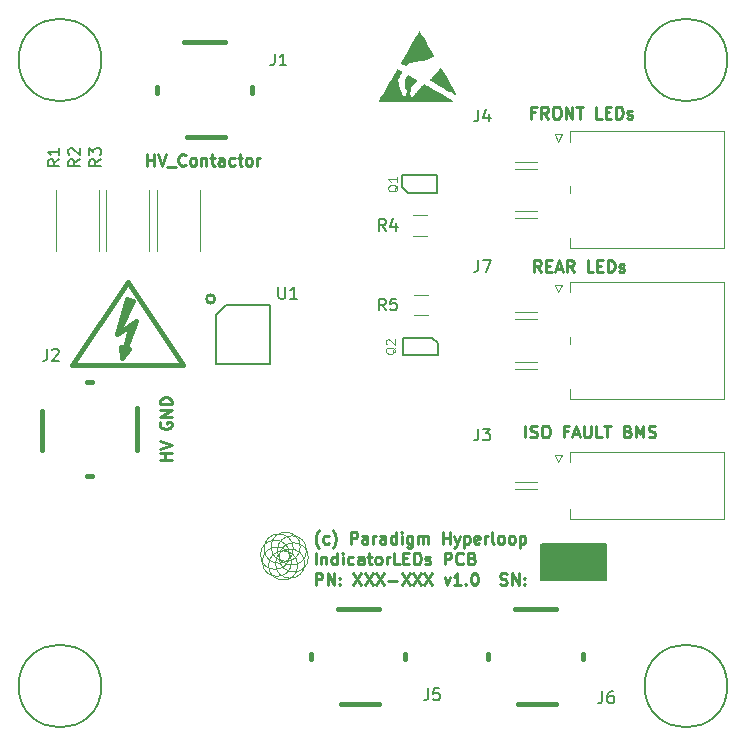
<source format=gbr>
G04 #@! TF.GenerationSoftware,KiCad,Pcbnew,(5.0.2)-1*
G04 #@! TF.CreationDate,2019-05-27T06:26:55-02:30*
G04 #@! TF.ProjectId,IndicatorLEDs_PCB,496e6469-6361-4746-9f72-4c4544735f50,rev?*
G04 #@! TF.SameCoordinates,Original*
G04 #@! TF.FileFunction,Legend,Top*
G04 #@! TF.FilePolarity,Positive*
%FSLAX46Y46*%
G04 Gerber Fmt 4.6, Leading zero omitted, Abs format (unit mm)*
G04 Created by KiCad (PCBNEW (5.0.2)-1) date 5/27/2019 6:26:55 AM*
%MOMM*%
%LPD*%
G01*
G04 APERTURE LIST*
%ADD10C,0.250000*%
%ADD11C,0.150000*%
%ADD12C,0.381000*%
%ADD13C,0.050000*%
%ADD14C,0.120000*%
%ADD15C,0.254000*%
%ADD16C,0.010000*%
%ADD17C,0.100000*%
G04 APERTURE END LIST*
D10*
X93733928Y-97928571D02*
X93400595Y-97928571D01*
X93400595Y-98452380D02*
X93400595Y-97452380D01*
X93876785Y-97452380D01*
X94829166Y-98452380D02*
X94495833Y-97976190D01*
X94257738Y-98452380D02*
X94257738Y-97452380D01*
X94638690Y-97452380D01*
X94733928Y-97500000D01*
X94781547Y-97547619D01*
X94829166Y-97642857D01*
X94829166Y-97785714D01*
X94781547Y-97880952D01*
X94733928Y-97928571D01*
X94638690Y-97976190D01*
X94257738Y-97976190D01*
X95448214Y-97452380D02*
X95638690Y-97452380D01*
X95733928Y-97500000D01*
X95829166Y-97595238D01*
X95876785Y-97785714D01*
X95876785Y-98119047D01*
X95829166Y-98309523D01*
X95733928Y-98404761D01*
X95638690Y-98452380D01*
X95448214Y-98452380D01*
X95352976Y-98404761D01*
X95257738Y-98309523D01*
X95210119Y-98119047D01*
X95210119Y-97785714D01*
X95257738Y-97595238D01*
X95352976Y-97500000D01*
X95448214Y-97452380D01*
X96305357Y-98452380D02*
X96305357Y-97452380D01*
X96876785Y-98452380D01*
X96876785Y-97452380D01*
X97210119Y-97452380D02*
X97781547Y-97452380D01*
X97495833Y-98452380D02*
X97495833Y-97452380D01*
X99352976Y-98452380D02*
X98876785Y-98452380D01*
X98876785Y-97452380D01*
X99686309Y-97928571D02*
X100019642Y-97928571D01*
X100162500Y-98452380D02*
X99686309Y-98452380D01*
X99686309Y-97452380D01*
X100162500Y-97452380D01*
X100591071Y-98452380D02*
X100591071Y-97452380D01*
X100829166Y-97452380D01*
X100972023Y-97500000D01*
X101067261Y-97595238D01*
X101114880Y-97690476D01*
X101162500Y-97880952D01*
X101162500Y-98023809D01*
X101114880Y-98214285D01*
X101067261Y-98309523D01*
X100972023Y-98404761D01*
X100829166Y-98452380D01*
X100591071Y-98452380D01*
X101543452Y-98404761D02*
X101638690Y-98452380D01*
X101829166Y-98452380D01*
X101924404Y-98404761D01*
X101972023Y-98309523D01*
X101972023Y-98261904D01*
X101924404Y-98166666D01*
X101829166Y-98119047D01*
X101686309Y-98119047D01*
X101591071Y-98071428D01*
X101543452Y-97976190D01*
X101543452Y-97928571D01*
X101591071Y-97833333D01*
X101686309Y-97785714D01*
X101829166Y-97785714D01*
X101924404Y-97833333D01*
X94222023Y-111452380D02*
X93888690Y-110976190D01*
X93650595Y-111452380D02*
X93650595Y-110452380D01*
X94031547Y-110452380D01*
X94126785Y-110500000D01*
X94174404Y-110547619D01*
X94222023Y-110642857D01*
X94222023Y-110785714D01*
X94174404Y-110880952D01*
X94126785Y-110928571D01*
X94031547Y-110976190D01*
X93650595Y-110976190D01*
X94650595Y-110928571D02*
X94983928Y-110928571D01*
X95126785Y-111452380D02*
X94650595Y-111452380D01*
X94650595Y-110452380D01*
X95126785Y-110452380D01*
X95507738Y-111166666D02*
X95983928Y-111166666D01*
X95412500Y-111452380D02*
X95745833Y-110452380D01*
X96079166Y-111452380D01*
X96983928Y-111452380D02*
X96650595Y-110976190D01*
X96412500Y-111452380D02*
X96412500Y-110452380D01*
X96793452Y-110452380D01*
X96888690Y-110500000D01*
X96936309Y-110547619D01*
X96983928Y-110642857D01*
X96983928Y-110785714D01*
X96936309Y-110880952D01*
X96888690Y-110928571D01*
X96793452Y-110976190D01*
X96412500Y-110976190D01*
X98650595Y-111452380D02*
X98174404Y-111452380D01*
X98174404Y-110452380D01*
X98983928Y-110928571D02*
X99317261Y-110928571D01*
X99460119Y-111452380D02*
X98983928Y-111452380D01*
X98983928Y-110452380D01*
X99460119Y-110452380D01*
X99888690Y-111452380D02*
X99888690Y-110452380D01*
X100126785Y-110452380D01*
X100269642Y-110500000D01*
X100364880Y-110595238D01*
X100412500Y-110690476D01*
X100460119Y-110880952D01*
X100460119Y-111023809D01*
X100412500Y-111214285D01*
X100364880Y-111309523D01*
X100269642Y-111404761D01*
X100126785Y-111452380D01*
X99888690Y-111452380D01*
X100841071Y-111404761D02*
X100936309Y-111452380D01*
X101126785Y-111452380D01*
X101222023Y-111404761D01*
X101269642Y-111309523D01*
X101269642Y-111261904D01*
X101222023Y-111166666D01*
X101126785Y-111119047D01*
X100983928Y-111119047D01*
X100888690Y-111071428D01*
X100841071Y-110976190D01*
X100841071Y-110928571D01*
X100888690Y-110833333D01*
X100983928Y-110785714D01*
X101126785Y-110785714D01*
X101222023Y-110833333D01*
X92900595Y-125452380D02*
X92900595Y-124452380D01*
X93329166Y-125404761D02*
X93472023Y-125452380D01*
X93710119Y-125452380D01*
X93805357Y-125404761D01*
X93852976Y-125357142D01*
X93900595Y-125261904D01*
X93900595Y-125166666D01*
X93852976Y-125071428D01*
X93805357Y-125023809D01*
X93710119Y-124976190D01*
X93519642Y-124928571D01*
X93424404Y-124880952D01*
X93376785Y-124833333D01*
X93329166Y-124738095D01*
X93329166Y-124642857D01*
X93376785Y-124547619D01*
X93424404Y-124500000D01*
X93519642Y-124452380D01*
X93757738Y-124452380D01*
X93900595Y-124500000D01*
X94519642Y-124452380D02*
X94710119Y-124452380D01*
X94805357Y-124500000D01*
X94900595Y-124595238D01*
X94948214Y-124785714D01*
X94948214Y-125119047D01*
X94900595Y-125309523D01*
X94805357Y-125404761D01*
X94710119Y-125452380D01*
X94519642Y-125452380D01*
X94424404Y-125404761D01*
X94329166Y-125309523D01*
X94281547Y-125119047D01*
X94281547Y-124785714D01*
X94329166Y-124595238D01*
X94424404Y-124500000D01*
X94519642Y-124452380D01*
X96472023Y-124928571D02*
X96138690Y-124928571D01*
X96138690Y-125452380D02*
X96138690Y-124452380D01*
X96614880Y-124452380D01*
X96948214Y-125166666D02*
X97424404Y-125166666D01*
X96852976Y-125452380D02*
X97186309Y-124452380D01*
X97519642Y-125452380D01*
X97852976Y-124452380D02*
X97852976Y-125261904D01*
X97900595Y-125357142D01*
X97948214Y-125404761D01*
X98043452Y-125452380D01*
X98233928Y-125452380D01*
X98329166Y-125404761D01*
X98376785Y-125357142D01*
X98424404Y-125261904D01*
X98424404Y-124452380D01*
X99376785Y-125452380D02*
X98900595Y-125452380D01*
X98900595Y-124452380D01*
X99567261Y-124452380D02*
X100138690Y-124452380D01*
X99852976Y-125452380D02*
X99852976Y-124452380D01*
X101567261Y-124928571D02*
X101710119Y-124976190D01*
X101757738Y-125023809D01*
X101805357Y-125119047D01*
X101805357Y-125261904D01*
X101757738Y-125357142D01*
X101710119Y-125404761D01*
X101614880Y-125452380D01*
X101233928Y-125452380D01*
X101233928Y-124452380D01*
X101567261Y-124452380D01*
X101662500Y-124500000D01*
X101710119Y-124547619D01*
X101757738Y-124642857D01*
X101757738Y-124738095D01*
X101710119Y-124833333D01*
X101662500Y-124880952D01*
X101567261Y-124928571D01*
X101233928Y-124928571D01*
X102233928Y-125452380D02*
X102233928Y-124452380D01*
X102567261Y-125166666D01*
X102900595Y-124452380D01*
X102900595Y-125452380D01*
X103329166Y-125404761D02*
X103472023Y-125452380D01*
X103710119Y-125452380D01*
X103805357Y-125404761D01*
X103852976Y-125357142D01*
X103900595Y-125261904D01*
X103900595Y-125166666D01*
X103852976Y-125071428D01*
X103805357Y-125023809D01*
X103710119Y-124976190D01*
X103519642Y-124928571D01*
X103424404Y-124880952D01*
X103376785Y-124833333D01*
X103329166Y-124738095D01*
X103329166Y-124642857D01*
X103376785Y-124547619D01*
X103424404Y-124500000D01*
X103519642Y-124452380D01*
X103757738Y-124452380D01*
X103900595Y-124500000D01*
X62952380Y-127349404D02*
X61952380Y-127349404D01*
X62428571Y-127349404D02*
X62428571Y-126777976D01*
X62952380Y-126777976D02*
X61952380Y-126777976D01*
X61952380Y-126444642D02*
X62952380Y-126111309D01*
X61952380Y-125777976D01*
X62000000Y-124158928D02*
X61952380Y-124254166D01*
X61952380Y-124397023D01*
X62000000Y-124539880D01*
X62095238Y-124635119D01*
X62190476Y-124682738D01*
X62380952Y-124730357D01*
X62523809Y-124730357D01*
X62714285Y-124682738D01*
X62809523Y-124635119D01*
X62904761Y-124539880D01*
X62952380Y-124397023D01*
X62952380Y-124301785D01*
X62904761Y-124158928D01*
X62857142Y-124111309D01*
X62523809Y-124111309D01*
X62523809Y-124301785D01*
X62952380Y-123682738D02*
X61952380Y-123682738D01*
X62952380Y-123111309D01*
X61952380Y-123111309D01*
X62952380Y-122635119D02*
X61952380Y-122635119D01*
X61952380Y-122397023D01*
X62000000Y-122254166D01*
X62095238Y-122158928D01*
X62190476Y-122111309D01*
X62380952Y-122063690D01*
X62523809Y-122063690D01*
X62714285Y-122111309D01*
X62809523Y-122158928D01*
X62904761Y-122254166D01*
X62952380Y-122397023D01*
X62952380Y-122635119D01*
X60900595Y-102452380D02*
X60900595Y-101452380D01*
X60900595Y-101928571D02*
X61472023Y-101928571D01*
X61472023Y-102452380D02*
X61472023Y-101452380D01*
X61805357Y-101452380D02*
X62138690Y-102452380D01*
X62472023Y-101452380D01*
X62567261Y-102547619D02*
X63329166Y-102547619D01*
X64138690Y-102357142D02*
X64091071Y-102404761D01*
X63948214Y-102452380D01*
X63852976Y-102452380D01*
X63710119Y-102404761D01*
X63614880Y-102309523D01*
X63567261Y-102214285D01*
X63519642Y-102023809D01*
X63519642Y-101880952D01*
X63567261Y-101690476D01*
X63614880Y-101595238D01*
X63710119Y-101500000D01*
X63852976Y-101452380D01*
X63948214Y-101452380D01*
X64091071Y-101500000D01*
X64138690Y-101547619D01*
X64710119Y-102452380D02*
X64614880Y-102404761D01*
X64567261Y-102357142D01*
X64519642Y-102261904D01*
X64519642Y-101976190D01*
X64567261Y-101880952D01*
X64614880Y-101833333D01*
X64710119Y-101785714D01*
X64852976Y-101785714D01*
X64948214Y-101833333D01*
X64995833Y-101880952D01*
X65043452Y-101976190D01*
X65043452Y-102261904D01*
X64995833Y-102357142D01*
X64948214Y-102404761D01*
X64852976Y-102452380D01*
X64710119Y-102452380D01*
X65472023Y-101785714D02*
X65472023Y-102452380D01*
X65472023Y-101880952D02*
X65519642Y-101833333D01*
X65614880Y-101785714D01*
X65757738Y-101785714D01*
X65852976Y-101833333D01*
X65900595Y-101928571D01*
X65900595Y-102452380D01*
X66233928Y-101785714D02*
X66614880Y-101785714D01*
X66376785Y-101452380D02*
X66376785Y-102309523D01*
X66424404Y-102404761D01*
X66519642Y-102452380D01*
X66614880Y-102452380D01*
X67376785Y-102452380D02*
X67376785Y-101928571D01*
X67329166Y-101833333D01*
X67233928Y-101785714D01*
X67043452Y-101785714D01*
X66948214Y-101833333D01*
X67376785Y-102404761D02*
X67281547Y-102452380D01*
X67043452Y-102452380D01*
X66948214Y-102404761D01*
X66900595Y-102309523D01*
X66900595Y-102214285D01*
X66948214Y-102119047D01*
X67043452Y-102071428D01*
X67281547Y-102071428D01*
X67376785Y-102023809D01*
X68281547Y-102404761D02*
X68186309Y-102452380D01*
X67995833Y-102452380D01*
X67900595Y-102404761D01*
X67852976Y-102357142D01*
X67805357Y-102261904D01*
X67805357Y-101976190D01*
X67852976Y-101880952D01*
X67900595Y-101833333D01*
X67995833Y-101785714D01*
X68186309Y-101785714D01*
X68281547Y-101833333D01*
X68567261Y-101785714D02*
X68948214Y-101785714D01*
X68710119Y-101452380D02*
X68710119Y-102309523D01*
X68757738Y-102404761D01*
X68852976Y-102452380D01*
X68948214Y-102452380D01*
X69424404Y-102452380D02*
X69329166Y-102404761D01*
X69281547Y-102357142D01*
X69233928Y-102261904D01*
X69233928Y-101976190D01*
X69281547Y-101880952D01*
X69329166Y-101833333D01*
X69424404Y-101785714D01*
X69567261Y-101785714D01*
X69662500Y-101833333D01*
X69710119Y-101880952D01*
X69757738Y-101976190D01*
X69757738Y-102261904D01*
X69710119Y-102357142D01*
X69662500Y-102404761D01*
X69567261Y-102452380D01*
X69424404Y-102452380D01*
X70186309Y-102452380D02*
X70186309Y-101785714D01*
X70186309Y-101976190D02*
X70233928Y-101880952D01*
X70281547Y-101833333D01*
X70376785Y-101785714D01*
X70472023Y-101785714D01*
X75436309Y-134833333D02*
X75388690Y-134785714D01*
X75293452Y-134642857D01*
X75245833Y-134547619D01*
X75198214Y-134404761D01*
X75150595Y-134166666D01*
X75150595Y-133976190D01*
X75198214Y-133738095D01*
X75245833Y-133595238D01*
X75293452Y-133500000D01*
X75388690Y-133357142D01*
X75436309Y-133309523D01*
X76245833Y-134404761D02*
X76150595Y-134452380D01*
X75960119Y-134452380D01*
X75864880Y-134404761D01*
X75817261Y-134357142D01*
X75769642Y-134261904D01*
X75769642Y-133976190D01*
X75817261Y-133880952D01*
X75864880Y-133833333D01*
X75960119Y-133785714D01*
X76150595Y-133785714D01*
X76245833Y-133833333D01*
X76579166Y-134833333D02*
X76626785Y-134785714D01*
X76722023Y-134642857D01*
X76769642Y-134547619D01*
X76817261Y-134404761D01*
X76864880Y-134166666D01*
X76864880Y-133976190D01*
X76817261Y-133738095D01*
X76769642Y-133595238D01*
X76722023Y-133500000D01*
X76626785Y-133357142D01*
X76579166Y-133309523D01*
X78102976Y-134452380D02*
X78102976Y-133452380D01*
X78483928Y-133452380D01*
X78579166Y-133500000D01*
X78626785Y-133547619D01*
X78674404Y-133642857D01*
X78674404Y-133785714D01*
X78626785Y-133880952D01*
X78579166Y-133928571D01*
X78483928Y-133976190D01*
X78102976Y-133976190D01*
X79531547Y-134452380D02*
X79531547Y-133928571D01*
X79483928Y-133833333D01*
X79388690Y-133785714D01*
X79198214Y-133785714D01*
X79102976Y-133833333D01*
X79531547Y-134404761D02*
X79436309Y-134452380D01*
X79198214Y-134452380D01*
X79102976Y-134404761D01*
X79055357Y-134309523D01*
X79055357Y-134214285D01*
X79102976Y-134119047D01*
X79198214Y-134071428D01*
X79436309Y-134071428D01*
X79531547Y-134023809D01*
X80007738Y-134452380D02*
X80007738Y-133785714D01*
X80007738Y-133976190D02*
X80055357Y-133880952D01*
X80102976Y-133833333D01*
X80198214Y-133785714D01*
X80293452Y-133785714D01*
X81055357Y-134452380D02*
X81055357Y-133928571D01*
X81007738Y-133833333D01*
X80912500Y-133785714D01*
X80722023Y-133785714D01*
X80626785Y-133833333D01*
X81055357Y-134404761D02*
X80960119Y-134452380D01*
X80722023Y-134452380D01*
X80626785Y-134404761D01*
X80579166Y-134309523D01*
X80579166Y-134214285D01*
X80626785Y-134119047D01*
X80722023Y-134071428D01*
X80960119Y-134071428D01*
X81055357Y-134023809D01*
X81960119Y-134452380D02*
X81960119Y-133452380D01*
X81960119Y-134404761D02*
X81864880Y-134452380D01*
X81674404Y-134452380D01*
X81579166Y-134404761D01*
X81531547Y-134357142D01*
X81483928Y-134261904D01*
X81483928Y-133976190D01*
X81531547Y-133880952D01*
X81579166Y-133833333D01*
X81674404Y-133785714D01*
X81864880Y-133785714D01*
X81960119Y-133833333D01*
X82436309Y-134452380D02*
X82436309Y-133785714D01*
X82436309Y-133452380D02*
X82388690Y-133500000D01*
X82436309Y-133547619D01*
X82483928Y-133500000D01*
X82436309Y-133452380D01*
X82436309Y-133547619D01*
X83341071Y-133785714D02*
X83341071Y-134595238D01*
X83293452Y-134690476D01*
X83245833Y-134738095D01*
X83150595Y-134785714D01*
X83007738Y-134785714D01*
X82912500Y-134738095D01*
X83341071Y-134404761D02*
X83245833Y-134452380D01*
X83055357Y-134452380D01*
X82960119Y-134404761D01*
X82912500Y-134357142D01*
X82864880Y-134261904D01*
X82864880Y-133976190D01*
X82912500Y-133880952D01*
X82960119Y-133833333D01*
X83055357Y-133785714D01*
X83245833Y-133785714D01*
X83341071Y-133833333D01*
X83817261Y-134452380D02*
X83817261Y-133785714D01*
X83817261Y-133880952D02*
X83864880Y-133833333D01*
X83960119Y-133785714D01*
X84102976Y-133785714D01*
X84198214Y-133833333D01*
X84245833Y-133928571D01*
X84245833Y-134452380D01*
X84245833Y-133928571D02*
X84293452Y-133833333D01*
X84388690Y-133785714D01*
X84531547Y-133785714D01*
X84626785Y-133833333D01*
X84674404Y-133928571D01*
X84674404Y-134452380D01*
X85912500Y-134452380D02*
X85912500Y-133452380D01*
X85912500Y-133928571D02*
X86483928Y-133928571D01*
X86483928Y-134452380D02*
X86483928Y-133452380D01*
X86864880Y-133785714D02*
X87102976Y-134452380D01*
X87341071Y-133785714D02*
X87102976Y-134452380D01*
X87007738Y-134690476D01*
X86960119Y-134738095D01*
X86864880Y-134785714D01*
X87722023Y-133785714D02*
X87722023Y-134785714D01*
X87722023Y-133833333D02*
X87817261Y-133785714D01*
X88007738Y-133785714D01*
X88102976Y-133833333D01*
X88150595Y-133880952D01*
X88198214Y-133976190D01*
X88198214Y-134261904D01*
X88150595Y-134357142D01*
X88102976Y-134404761D01*
X88007738Y-134452380D01*
X87817261Y-134452380D01*
X87722023Y-134404761D01*
X89007738Y-134404761D02*
X88912500Y-134452380D01*
X88722023Y-134452380D01*
X88626785Y-134404761D01*
X88579166Y-134309523D01*
X88579166Y-133928571D01*
X88626785Y-133833333D01*
X88722023Y-133785714D01*
X88912500Y-133785714D01*
X89007738Y-133833333D01*
X89055357Y-133928571D01*
X89055357Y-134023809D01*
X88579166Y-134119047D01*
X89483928Y-134452380D02*
X89483928Y-133785714D01*
X89483928Y-133976190D02*
X89531547Y-133880952D01*
X89579166Y-133833333D01*
X89674404Y-133785714D01*
X89769642Y-133785714D01*
X90245833Y-134452380D02*
X90150595Y-134404761D01*
X90102976Y-134309523D01*
X90102976Y-133452380D01*
X90769642Y-134452380D02*
X90674404Y-134404761D01*
X90626785Y-134357142D01*
X90579166Y-134261904D01*
X90579166Y-133976190D01*
X90626785Y-133880952D01*
X90674404Y-133833333D01*
X90769642Y-133785714D01*
X90912500Y-133785714D01*
X91007738Y-133833333D01*
X91055357Y-133880952D01*
X91102976Y-133976190D01*
X91102976Y-134261904D01*
X91055357Y-134357142D01*
X91007738Y-134404761D01*
X90912500Y-134452380D01*
X90769642Y-134452380D01*
X91674404Y-134452380D02*
X91579166Y-134404761D01*
X91531547Y-134357142D01*
X91483928Y-134261904D01*
X91483928Y-133976190D01*
X91531547Y-133880952D01*
X91579166Y-133833333D01*
X91674404Y-133785714D01*
X91817261Y-133785714D01*
X91912500Y-133833333D01*
X91960119Y-133880952D01*
X92007738Y-133976190D01*
X92007738Y-134261904D01*
X91960119Y-134357142D01*
X91912500Y-134404761D01*
X91817261Y-134452380D01*
X91674404Y-134452380D01*
X92436309Y-133785714D02*
X92436309Y-134785714D01*
X92436309Y-133833333D02*
X92531547Y-133785714D01*
X92722023Y-133785714D01*
X92817261Y-133833333D01*
X92864880Y-133880952D01*
X92912500Y-133976190D01*
X92912500Y-134261904D01*
X92864880Y-134357142D01*
X92817261Y-134404761D01*
X92722023Y-134452380D01*
X92531547Y-134452380D01*
X92436309Y-134404761D01*
X75150595Y-136202380D02*
X75150595Y-135202380D01*
X75626785Y-135535714D02*
X75626785Y-136202380D01*
X75626785Y-135630952D02*
X75674404Y-135583333D01*
X75769642Y-135535714D01*
X75912500Y-135535714D01*
X76007738Y-135583333D01*
X76055357Y-135678571D01*
X76055357Y-136202380D01*
X76960119Y-136202380D02*
X76960119Y-135202380D01*
X76960119Y-136154761D02*
X76864880Y-136202380D01*
X76674404Y-136202380D01*
X76579166Y-136154761D01*
X76531547Y-136107142D01*
X76483928Y-136011904D01*
X76483928Y-135726190D01*
X76531547Y-135630952D01*
X76579166Y-135583333D01*
X76674404Y-135535714D01*
X76864880Y-135535714D01*
X76960119Y-135583333D01*
X77436309Y-136202380D02*
X77436309Y-135535714D01*
X77436309Y-135202380D02*
X77388690Y-135250000D01*
X77436309Y-135297619D01*
X77483928Y-135250000D01*
X77436309Y-135202380D01*
X77436309Y-135297619D01*
X78341071Y-136154761D02*
X78245833Y-136202380D01*
X78055357Y-136202380D01*
X77960119Y-136154761D01*
X77912500Y-136107142D01*
X77864880Y-136011904D01*
X77864880Y-135726190D01*
X77912500Y-135630952D01*
X77960119Y-135583333D01*
X78055357Y-135535714D01*
X78245833Y-135535714D01*
X78341071Y-135583333D01*
X79198214Y-136202380D02*
X79198214Y-135678571D01*
X79150595Y-135583333D01*
X79055357Y-135535714D01*
X78864880Y-135535714D01*
X78769642Y-135583333D01*
X79198214Y-136154761D02*
X79102976Y-136202380D01*
X78864880Y-136202380D01*
X78769642Y-136154761D01*
X78722023Y-136059523D01*
X78722023Y-135964285D01*
X78769642Y-135869047D01*
X78864880Y-135821428D01*
X79102976Y-135821428D01*
X79198214Y-135773809D01*
X79531547Y-135535714D02*
X79912500Y-135535714D01*
X79674404Y-135202380D02*
X79674404Y-136059523D01*
X79722023Y-136154761D01*
X79817261Y-136202380D01*
X79912500Y-136202380D01*
X80388690Y-136202380D02*
X80293452Y-136154761D01*
X80245833Y-136107142D01*
X80198214Y-136011904D01*
X80198214Y-135726190D01*
X80245833Y-135630952D01*
X80293452Y-135583333D01*
X80388690Y-135535714D01*
X80531547Y-135535714D01*
X80626785Y-135583333D01*
X80674404Y-135630952D01*
X80722023Y-135726190D01*
X80722023Y-136011904D01*
X80674404Y-136107142D01*
X80626785Y-136154761D01*
X80531547Y-136202380D01*
X80388690Y-136202380D01*
X81150595Y-136202380D02*
X81150595Y-135535714D01*
X81150595Y-135726190D02*
X81198214Y-135630952D01*
X81245833Y-135583333D01*
X81341071Y-135535714D01*
X81436309Y-135535714D01*
X82245833Y-136202380D02*
X81769642Y-136202380D01*
X81769642Y-135202380D01*
X82579166Y-135678571D02*
X82912500Y-135678571D01*
X83055357Y-136202380D02*
X82579166Y-136202380D01*
X82579166Y-135202380D01*
X83055357Y-135202380D01*
X83483928Y-136202380D02*
X83483928Y-135202380D01*
X83722023Y-135202380D01*
X83864880Y-135250000D01*
X83960119Y-135345238D01*
X84007738Y-135440476D01*
X84055357Y-135630952D01*
X84055357Y-135773809D01*
X84007738Y-135964285D01*
X83960119Y-136059523D01*
X83864880Y-136154761D01*
X83722023Y-136202380D01*
X83483928Y-136202380D01*
X84436309Y-136154761D02*
X84531547Y-136202380D01*
X84722023Y-136202380D01*
X84817261Y-136154761D01*
X84864880Y-136059523D01*
X84864880Y-136011904D01*
X84817261Y-135916666D01*
X84722023Y-135869047D01*
X84579166Y-135869047D01*
X84483928Y-135821428D01*
X84436309Y-135726190D01*
X84436309Y-135678571D01*
X84483928Y-135583333D01*
X84579166Y-135535714D01*
X84722023Y-135535714D01*
X84817261Y-135583333D01*
X86055357Y-136202380D02*
X86055357Y-135202380D01*
X86436309Y-135202380D01*
X86531547Y-135250000D01*
X86579166Y-135297619D01*
X86626785Y-135392857D01*
X86626785Y-135535714D01*
X86579166Y-135630952D01*
X86531547Y-135678571D01*
X86436309Y-135726190D01*
X86055357Y-135726190D01*
X87626785Y-136107142D02*
X87579166Y-136154761D01*
X87436309Y-136202380D01*
X87341071Y-136202380D01*
X87198214Y-136154761D01*
X87102976Y-136059523D01*
X87055357Y-135964285D01*
X87007738Y-135773809D01*
X87007738Y-135630952D01*
X87055357Y-135440476D01*
X87102976Y-135345238D01*
X87198214Y-135250000D01*
X87341071Y-135202380D01*
X87436309Y-135202380D01*
X87579166Y-135250000D01*
X87626785Y-135297619D01*
X88388690Y-135678571D02*
X88531547Y-135726190D01*
X88579166Y-135773809D01*
X88626785Y-135869047D01*
X88626785Y-136011904D01*
X88579166Y-136107142D01*
X88531547Y-136154761D01*
X88436309Y-136202380D01*
X88055357Y-136202380D01*
X88055357Y-135202380D01*
X88388690Y-135202380D01*
X88483928Y-135250000D01*
X88531547Y-135297619D01*
X88579166Y-135392857D01*
X88579166Y-135488095D01*
X88531547Y-135583333D01*
X88483928Y-135630952D01*
X88388690Y-135678571D01*
X88055357Y-135678571D01*
X75150595Y-137952380D02*
X75150595Y-136952380D01*
X75531547Y-136952380D01*
X75626785Y-137000000D01*
X75674404Y-137047619D01*
X75722023Y-137142857D01*
X75722023Y-137285714D01*
X75674404Y-137380952D01*
X75626785Y-137428571D01*
X75531547Y-137476190D01*
X75150595Y-137476190D01*
X76150595Y-137952380D02*
X76150595Y-136952380D01*
X76722023Y-137952380D01*
X76722023Y-136952380D01*
X77198214Y-137857142D02*
X77245833Y-137904761D01*
X77198214Y-137952380D01*
X77150595Y-137904761D01*
X77198214Y-137857142D01*
X77198214Y-137952380D01*
X77198214Y-137333333D02*
X77245833Y-137380952D01*
X77198214Y-137428571D01*
X77150595Y-137380952D01*
X77198214Y-137333333D01*
X77198214Y-137428571D01*
X78341071Y-136952380D02*
X79007738Y-137952380D01*
X79007738Y-136952380D02*
X78341071Y-137952380D01*
X79293452Y-136952380D02*
X79960119Y-137952380D01*
X79960119Y-136952380D02*
X79293452Y-137952380D01*
X80245833Y-136952380D02*
X80912500Y-137952380D01*
X80912500Y-136952380D02*
X80245833Y-137952380D01*
X81293452Y-137571428D02*
X82055357Y-137571428D01*
X82436309Y-136952380D02*
X83102976Y-137952380D01*
X83102976Y-136952380D02*
X82436309Y-137952380D01*
X83388690Y-136952380D02*
X84055357Y-137952380D01*
X84055357Y-136952380D02*
X83388690Y-137952380D01*
X84341071Y-136952380D02*
X85007738Y-137952380D01*
X85007738Y-136952380D02*
X84341071Y-137952380D01*
X86055357Y-137285714D02*
X86293452Y-137952380D01*
X86531547Y-137285714D01*
X87436309Y-137952380D02*
X86864880Y-137952380D01*
X87150595Y-137952380D02*
X87150595Y-136952380D01*
X87055357Y-137095238D01*
X86960119Y-137190476D01*
X86864880Y-137238095D01*
X87864880Y-137857142D02*
X87912500Y-137904761D01*
X87864880Y-137952380D01*
X87817261Y-137904761D01*
X87864880Y-137857142D01*
X87864880Y-137952380D01*
X88531547Y-136952380D02*
X88626785Y-136952380D01*
X88722023Y-137000000D01*
X88769642Y-137047619D01*
X88817261Y-137142857D01*
X88864880Y-137333333D01*
X88864880Y-137571428D01*
X88817261Y-137761904D01*
X88769642Y-137857142D01*
X88722023Y-137904761D01*
X88626785Y-137952380D01*
X88531547Y-137952380D01*
X88436309Y-137904761D01*
X88388690Y-137857142D01*
X88341071Y-137761904D01*
X88293452Y-137571428D01*
X88293452Y-137333333D01*
X88341071Y-137142857D01*
X88388690Y-137047619D01*
X88436309Y-137000000D01*
X88531547Y-136952380D01*
X90769642Y-137904761D02*
X90912500Y-137952380D01*
X91150595Y-137952380D01*
X91245833Y-137904761D01*
X91293452Y-137857142D01*
X91341071Y-137761904D01*
X91341071Y-137666666D01*
X91293452Y-137571428D01*
X91245833Y-137523809D01*
X91150595Y-137476190D01*
X90960119Y-137428571D01*
X90864880Y-137380952D01*
X90817261Y-137333333D01*
X90769642Y-137238095D01*
X90769642Y-137142857D01*
X90817261Y-137047619D01*
X90864880Y-137000000D01*
X90960119Y-136952380D01*
X91198214Y-136952380D01*
X91341071Y-137000000D01*
X91769642Y-137952380D02*
X91769642Y-136952380D01*
X92341071Y-137952380D01*
X92341071Y-136952380D01*
X92817261Y-137857142D02*
X92864880Y-137904761D01*
X92817261Y-137952380D01*
X92769642Y-137904761D01*
X92817261Y-137857142D01*
X92817261Y-137952380D01*
X92817261Y-137333333D02*
X92864880Y-137380952D01*
X92817261Y-137428571D01*
X92769642Y-137380952D01*
X92817261Y-137333333D01*
X92817261Y-137428571D01*
D11*
G04 #@! TO.C,H1*
X57000000Y-146500000D02*
G75*
G03X57000000Y-146500000I-3500000J0D01*
G01*
G04 #@! TO.C,H2*
X110000000Y-146500000D02*
G75*
G03X110000000Y-146500000I-3500000J0D01*
G01*
G04 #@! TO.C,H3*
X110000000Y-93500000D02*
G75*
G03X110000000Y-93500000I-3500000J0D01*
G01*
G04 #@! TO.C,H4*
X57000000Y-93500000D02*
G75*
G03X57000000Y-93500000I-3500000J0D01*
G01*
D12*
G04 #@! TO.C,J1*
X64000000Y-92000000D02*
X67500000Y-92000000D01*
X69750000Y-95750000D02*
X69750000Y-96250000D01*
X67500000Y-100000000D02*
X64250000Y-100000000D01*
X61750000Y-96250000D02*
X61750000Y-95750000D01*
G04 #@! TO.C,J2*
X55750000Y-120750000D02*
X56250000Y-120750000D01*
X52000000Y-126500000D02*
X52000000Y-123250000D01*
X56250000Y-128750000D02*
X55750000Y-128750000D01*
X60000000Y-123000000D02*
X60000000Y-126500000D01*
G04 #@! TO.C,J5*
X77000000Y-140000000D02*
X80500000Y-140000000D01*
X82750000Y-143750000D02*
X82750000Y-144250000D01*
X80500000Y-148000000D02*
X77250000Y-148000000D01*
X74750000Y-144250000D02*
X74750000Y-143750000D01*
G04 #@! TO.C,J6*
X89750000Y-144250000D02*
X89750000Y-143750000D01*
X95500000Y-148000000D02*
X92250000Y-148000000D01*
X97750000Y-143750000D02*
X97750000Y-144250000D01*
X92000000Y-140000000D02*
X95500000Y-140000000D01*
D11*
G04 #@! TO.C,logo1*
X94300000Y-137500000D02*
X99700000Y-137500000D01*
X99700000Y-137400000D02*
X94300000Y-137400000D01*
X94300000Y-137300000D02*
X99700000Y-137300000D01*
X99700000Y-137200000D02*
X94300000Y-137200000D01*
X94300000Y-137100000D02*
X99700000Y-137100000D01*
X99700000Y-137000000D02*
X94300000Y-137000000D01*
X94300000Y-136900000D02*
X99700000Y-136900000D01*
X99700000Y-136800000D02*
X94300000Y-136800000D01*
X94300000Y-136700000D02*
X99700000Y-136700000D01*
X99700000Y-136600000D02*
X94300000Y-136600000D01*
X94300000Y-136500000D02*
X99700000Y-136500000D01*
X99700000Y-136400000D02*
X94300000Y-136400000D01*
X94300000Y-136300000D02*
X99700000Y-136300000D01*
X99700000Y-136200000D02*
X94300000Y-136200000D01*
X94300000Y-136100000D02*
X99700000Y-136100000D01*
X99700000Y-136000000D02*
X94300000Y-136000000D01*
X94300000Y-135900000D02*
X99700000Y-135900000D01*
X99700000Y-135800000D02*
X94300000Y-135800000D01*
X94300000Y-135700000D02*
X99700000Y-135700000D01*
X99700000Y-135600000D02*
X94300000Y-135600000D01*
X94300000Y-135500000D02*
X99700000Y-135500000D01*
X99700000Y-135400000D02*
X94300000Y-135400000D01*
X94300000Y-135300000D02*
X99700000Y-135300000D01*
X99700000Y-135200000D02*
X94300000Y-135200000D01*
X94300000Y-135100000D02*
X99700000Y-135100000D01*
X99700000Y-135000000D02*
X94300000Y-135000000D01*
X94300000Y-134900000D02*
X99700000Y-134900000D01*
X99700000Y-134800000D02*
X94300000Y-134800000D01*
X94300000Y-134700000D02*
X99700000Y-134700000D01*
X99700000Y-134600000D02*
X94300000Y-134600000D01*
X94300000Y-134500000D02*
X99700000Y-134500000D01*
X94250000Y-134500000D02*
X94250000Y-137500000D01*
X99750000Y-134500000D02*
X99750000Y-137500000D01*
D13*
G04 #@! TO.C,logo3*
X73097947Y-135981554D02*
G75*
G03X73097947Y-135981554I-1232947J0D01*
G01*
X73624444Y-136289523D02*
G75*
G03X73624444Y-136289523I-1232947J0D01*
G01*
X74214501Y-136135000D02*
G75*
G03X74214501Y-136135000I-1232947J0D01*
G01*
X74522470Y-135608503D02*
G75*
G03X74522470Y-135608503I-1232947J0D01*
G01*
X74367947Y-135018446D02*
G75*
G03X74367947Y-135018446I-1232947J0D01*
G01*
X73841450Y-134710477D02*
G75*
G03X73841450Y-134710477I-1232947J0D01*
G01*
X73251393Y-134865000D02*
G75*
G03X73251393Y-134865000I-1232947J0D01*
G01*
X72943424Y-135391497D02*
G75*
G03X72943424Y-135391497I-1232947J0D01*
G01*
D14*
G04 #@! TO.C,J3*
X96000000Y-126900000D02*
X95700000Y-127500000D01*
X95400000Y-126900000D02*
X96000000Y-126900000D01*
X95700000Y-127500000D02*
X95400000Y-126900000D01*
X93900000Y-129800000D02*
X92000000Y-129800000D01*
X93900000Y-129200000D02*
X92000000Y-129200000D01*
X109750000Y-132350000D02*
X109750000Y-129500000D01*
X96650000Y-132350000D02*
X109750000Y-132350000D01*
X96650000Y-131500000D02*
X96650000Y-132350000D01*
X109750000Y-126650000D02*
X109750000Y-129500000D01*
X96650000Y-126650000D02*
X109750000Y-126650000D01*
X96650000Y-127500000D02*
X96650000Y-126650000D01*
G04 #@! TO.C,J4*
X96000000Y-99800000D02*
X95700000Y-100400000D01*
X95400000Y-99800000D02*
X96000000Y-99800000D01*
X95700000Y-100400000D02*
X95400000Y-99800000D01*
X96700000Y-104200000D02*
X96700000Y-104800000D01*
X93900000Y-106900000D02*
X92000000Y-106900000D01*
X93900000Y-106300000D02*
X92000000Y-106300000D01*
X93900000Y-102700000D02*
X92000000Y-102700000D01*
X93900000Y-102100000D02*
X92000000Y-102100000D01*
X109750000Y-109450000D02*
X109750000Y-104500000D01*
X96650000Y-109450000D02*
X109750000Y-109450000D01*
X96650000Y-108600000D02*
X96650000Y-109450000D01*
X109750000Y-99550000D02*
X109750000Y-104500000D01*
X96650000Y-99550000D02*
X109750000Y-99550000D01*
X96650000Y-100400000D02*
X96650000Y-99550000D01*
G04 #@! TO.C,J7*
X96650000Y-113150000D02*
X96650000Y-112300000D01*
X96650000Y-112300000D02*
X109750000Y-112300000D01*
X109750000Y-112300000D02*
X109750000Y-117250000D01*
X96650000Y-121350000D02*
X96650000Y-122200000D01*
X96650000Y-122200000D02*
X109750000Y-122200000D01*
X109750000Y-122200000D02*
X109750000Y-117250000D01*
X93900000Y-114850000D02*
X92000000Y-114850000D01*
X93900000Y-115450000D02*
X92000000Y-115450000D01*
X93900000Y-119050000D02*
X92000000Y-119050000D01*
X93900000Y-119650000D02*
X92000000Y-119650000D01*
X96700000Y-116950000D02*
X96700000Y-117550000D01*
X95700000Y-113150000D02*
X95400000Y-112550000D01*
X95400000Y-112550000D02*
X96000000Y-112550000D01*
X96000000Y-112550000D02*
X95700000Y-113150000D01*
D11*
G04 #@! TO.C,Q1*
X85450000Y-103250000D02*
X82450000Y-103250000D01*
X82450000Y-103250000D02*
X82450000Y-104250000D01*
X82450000Y-104250000D02*
X82950000Y-104750000D01*
X82950000Y-104750000D02*
X85450000Y-104750000D01*
X85450000Y-104750000D02*
X85450000Y-103250000D01*
G04 #@! TO.C,Q2*
X82500000Y-117000000D02*
X82500000Y-118500000D01*
X85000000Y-117000000D02*
X82500000Y-117000000D01*
X85500000Y-117500000D02*
X85000000Y-117000000D01*
X85500000Y-118500000D02*
X85500000Y-117500000D01*
X82500000Y-118500000D02*
X85500000Y-118500000D01*
D14*
G04 #@! TO.C,R1*
X53180000Y-109700000D02*
X53180000Y-104500000D01*
X56820000Y-104500000D02*
X56820000Y-109700000D01*
G04 #@! TO.C,R2*
X61070000Y-104500000D02*
X61070000Y-109700000D01*
X57430000Y-109700000D02*
X57430000Y-104500000D01*
G04 #@! TO.C,R3*
X61680000Y-109700000D02*
X61680000Y-104500000D01*
X65320000Y-104500000D02*
X65320000Y-109700000D01*
G04 #@! TO.C,R4*
X84600000Y-108380000D02*
X83400000Y-108380000D01*
X83400000Y-106620000D02*
X84600000Y-106620000D01*
G04 #@! TO.C,R5*
X84650000Y-115130000D02*
X83450000Y-115130000D01*
X83450000Y-113370000D02*
X84650000Y-113370000D01*
D11*
G04 #@! TO.C,U1*
X66750000Y-115060000D02*
X67550000Y-114260000D01*
X67550000Y-114260000D02*
X71250000Y-114260000D01*
X71250000Y-114260000D02*
X71250000Y-119200000D01*
X71250000Y-119200000D02*
X66750000Y-119200000D01*
X66750000Y-119200000D02*
X66750000Y-115060000D01*
D15*
X66603553Y-113730000D02*
G75*
G03X66603553Y-113730000I-353553J0D01*
G01*
D16*
G04 #@! TO.C,logo4*
G36*
X82072094Y-94291158D02*
X82104619Y-94303736D01*
X82154193Y-94328712D01*
X82225374Y-94367876D01*
X82230916Y-94370988D01*
X82296474Y-94408476D01*
X82351798Y-94441319D01*
X82391455Y-94466205D01*
X82410012Y-94479820D01*
X82410531Y-94480487D01*
X82406048Y-94499390D01*
X82385486Y-94541605D01*
X82350183Y-94604832D01*
X82301480Y-94686772D01*
X82240718Y-94785122D01*
X82169236Y-94897585D01*
X82151445Y-94925165D01*
X82105093Y-95001699D01*
X82071342Y-95067556D01*
X82053153Y-95116782D01*
X82051286Y-95126507D01*
X82052115Y-95169312D01*
X82061394Y-95237209D01*
X82077968Y-95325843D01*
X82100680Y-95430859D01*
X82128373Y-95547902D01*
X82159890Y-95672616D01*
X82194075Y-95800645D01*
X82229771Y-95927634D01*
X82265821Y-96049228D01*
X82301068Y-96161072D01*
X82334356Y-96258810D01*
X82364528Y-96338087D01*
X82385561Y-96385122D01*
X82410337Y-96435225D01*
X82433730Y-96483168D01*
X82434997Y-96485793D01*
X82473699Y-96534220D01*
X82530184Y-96566828D01*
X82595939Y-96582454D01*
X82662451Y-96579937D01*
X82721205Y-96558114D01*
X82754258Y-96529382D01*
X82801859Y-96450583D01*
X82836739Y-96352378D01*
X82855877Y-96244779D01*
X82858588Y-96183780D01*
X82847670Y-96069935D01*
X82815624Y-95975660D01*
X82760726Y-95896379D01*
X82743607Y-95878733D01*
X82692661Y-95829235D01*
X82689163Y-95479362D01*
X82685664Y-95129489D01*
X82774818Y-94994531D01*
X82816654Y-94933445D01*
X82856945Y-94878493D01*
X82889943Y-94837336D01*
X82904126Y-94822192D01*
X82944281Y-94784810D01*
X82998665Y-94814098D01*
X83033039Y-94835084D01*
X83051846Y-94851378D01*
X83053049Y-94854307D01*
X83065903Y-94866728D01*
X83087896Y-94875977D01*
X83109150Y-94884313D01*
X83141694Y-94900149D01*
X83188322Y-94925033D01*
X83251829Y-94960509D01*
X83335008Y-95008123D01*
X83440653Y-95069422D01*
X83498062Y-95102932D01*
X83565594Y-95143071D01*
X83609885Y-95171659D01*
X83634855Y-95192039D01*
X83644423Y-95207553D01*
X83642508Y-95221546D01*
X83640911Y-95224796D01*
X83625376Y-95245266D01*
X83592136Y-95283665D01*
X83545062Y-95335696D01*
X83488028Y-95397066D01*
X83438700Y-95449090D01*
X83325030Y-95572567D01*
X83236105Y-95679591D01*
X83171134Y-95771240D01*
X83129321Y-95848588D01*
X83115217Y-95887866D01*
X83109392Y-95922249D01*
X83103375Y-95980899D01*
X83097696Y-96057117D01*
X83092884Y-96144202D01*
X83090619Y-96199268D01*
X83087459Y-96294464D01*
X83086069Y-96364062D01*
X83086858Y-96413409D01*
X83090235Y-96447854D01*
X83096608Y-96472743D01*
X83106387Y-96493425D01*
X83114067Y-96506053D01*
X83158421Y-96554726D01*
X83215574Y-96588645D01*
X83275708Y-96603438D01*
X83320773Y-96598086D01*
X83361576Y-96574930D01*
X83412724Y-96533462D01*
X83467042Y-96480912D01*
X83517357Y-96424516D01*
X83556494Y-96371505D01*
X83570905Y-96345889D01*
X83592491Y-96310814D01*
X83631753Y-96257389D01*
X83685102Y-96189789D01*
X83748952Y-96112190D01*
X83819715Y-96028768D01*
X83893804Y-95943698D01*
X83967632Y-95861155D01*
X84037611Y-95785316D01*
X84100155Y-95720356D01*
X84149260Y-95672669D01*
X84203779Y-95625032D01*
X84249642Y-95589908D01*
X84281811Y-95570949D01*
X84292489Y-95568864D01*
X84308853Y-95577274D01*
X84349671Y-95599846D01*
X84412586Y-95635224D01*
X84495244Y-95682054D01*
X84595289Y-95738981D01*
X84710366Y-95804649D01*
X84838119Y-95877703D01*
X84976194Y-95956788D01*
X85122234Y-96040548D01*
X85273884Y-96127629D01*
X85428790Y-96216676D01*
X85584595Y-96306332D01*
X85738944Y-96395243D01*
X85889482Y-96482054D01*
X86033854Y-96565409D01*
X86169704Y-96643954D01*
X86294677Y-96716333D01*
X86406417Y-96781190D01*
X86502570Y-96837171D01*
X86580779Y-96882920D01*
X86638689Y-96917083D01*
X86673946Y-96938304D01*
X86684165Y-96944963D01*
X86670402Y-96946280D01*
X86627104Y-96947559D01*
X86555714Y-96948796D01*
X86457673Y-96949983D01*
X86334422Y-96951115D01*
X86187403Y-96952186D01*
X86018057Y-96953189D01*
X85827826Y-96954119D01*
X85618151Y-96954968D01*
X85390473Y-96955732D01*
X85146235Y-96956403D01*
X84886877Y-96956976D01*
X84613841Y-96957444D01*
X84328568Y-96957802D01*
X84032500Y-96958042D01*
X83727079Y-96958159D01*
X83598924Y-96958171D01*
X80498970Y-96958171D01*
X80720053Y-96574847D01*
X80766856Y-96493680D01*
X80827102Y-96389166D01*
X80898778Y-96264801D01*
X80979869Y-96124082D01*
X81068362Y-95970503D01*
X81162240Y-95807562D01*
X81259491Y-95638754D01*
X81358100Y-95467575D01*
X81456053Y-95297521D01*
X81480825Y-95254512D01*
X81571152Y-95097857D01*
X81657289Y-94948803D01*
X81737942Y-94809568D01*
X81811816Y-94682371D01*
X81877617Y-94569432D01*
X81934050Y-94472968D01*
X81979821Y-94395200D01*
X82013635Y-94338346D01*
X82034198Y-94304625D01*
X82039953Y-94296040D01*
X82052058Y-94289189D01*
X82072094Y-94291158D01*
X82072094Y-94291158D01*
G37*
X82072094Y-94291158D02*
X82104619Y-94303736D01*
X82154193Y-94328712D01*
X82225374Y-94367876D01*
X82230916Y-94370988D01*
X82296474Y-94408476D01*
X82351798Y-94441319D01*
X82391455Y-94466205D01*
X82410012Y-94479820D01*
X82410531Y-94480487D01*
X82406048Y-94499390D01*
X82385486Y-94541605D01*
X82350183Y-94604832D01*
X82301480Y-94686772D01*
X82240718Y-94785122D01*
X82169236Y-94897585D01*
X82151445Y-94925165D01*
X82105093Y-95001699D01*
X82071342Y-95067556D01*
X82053153Y-95116782D01*
X82051286Y-95126507D01*
X82052115Y-95169312D01*
X82061394Y-95237209D01*
X82077968Y-95325843D01*
X82100680Y-95430859D01*
X82128373Y-95547902D01*
X82159890Y-95672616D01*
X82194075Y-95800645D01*
X82229771Y-95927634D01*
X82265821Y-96049228D01*
X82301068Y-96161072D01*
X82334356Y-96258810D01*
X82364528Y-96338087D01*
X82385561Y-96385122D01*
X82410337Y-96435225D01*
X82433730Y-96483168D01*
X82434997Y-96485793D01*
X82473699Y-96534220D01*
X82530184Y-96566828D01*
X82595939Y-96582454D01*
X82662451Y-96579937D01*
X82721205Y-96558114D01*
X82754258Y-96529382D01*
X82801859Y-96450583D01*
X82836739Y-96352378D01*
X82855877Y-96244779D01*
X82858588Y-96183780D01*
X82847670Y-96069935D01*
X82815624Y-95975660D01*
X82760726Y-95896379D01*
X82743607Y-95878733D01*
X82692661Y-95829235D01*
X82689163Y-95479362D01*
X82685664Y-95129489D01*
X82774818Y-94994531D01*
X82816654Y-94933445D01*
X82856945Y-94878493D01*
X82889943Y-94837336D01*
X82904126Y-94822192D01*
X82944281Y-94784810D01*
X82998665Y-94814098D01*
X83033039Y-94835084D01*
X83051846Y-94851378D01*
X83053049Y-94854307D01*
X83065903Y-94866728D01*
X83087896Y-94875977D01*
X83109150Y-94884313D01*
X83141694Y-94900149D01*
X83188322Y-94925033D01*
X83251829Y-94960509D01*
X83335008Y-95008123D01*
X83440653Y-95069422D01*
X83498062Y-95102932D01*
X83565594Y-95143071D01*
X83609885Y-95171659D01*
X83634855Y-95192039D01*
X83644423Y-95207553D01*
X83642508Y-95221546D01*
X83640911Y-95224796D01*
X83625376Y-95245266D01*
X83592136Y-95283665D01*
X83545062Y-95335696D01*
X83488028Y-95397066D01*
X83438700Y-95449090D01*
X83325030Y-95572567D01*
X83236105Y-95679591D01*
X83171134Y-95771240D01*
X83129321Y-95848588D01*
X83115217Y-95887866D01*
X83109392Y-95922249D01*
X83103375Y-95980899D01*
X83097696Y-96057117D01*
X83092884Y-96144202D01*
X83090619Y-96199268D01*
X83087459Y-96294464D01*
X83086069Y-96364062D01*
X83086858Y-96413409D01*
X83090235Y-96447854D01*
X83096608Y-96472743D01*
X83106387Y-96493425D01*
X83114067Y-96506053D01*
X83158421Y-96554726D01*
X83215574Y-96588645D01*
X83275708Y-96603438D01*
X83320773Y-96598086D01*
X83361576Y-96574930D01*
X83412724Y-96533462D01*
X83467042Y-96480912D01*
X83517357Y-96424516D01*
X83556494Y-96371505D01*
X83570905Y-96345889D01*
X83592491Y-96310814D01*
X83631753Y-96257389D01*
X83685102Y-96189789D01*
X83748952Y-96112190D01*
X83819715Y-96028768D01*
X83893804Y-95943698D01*
X83967632Y-95861155D01*
X84037611Y-95785316D01*
X84100155Y-95720356D01*
X84149260Y-95672669D01*
X84203779Y-95625032D01*
X84249642Y-95589908D01*
X84281811Y-95570949D01*
X84292489Y-95568864D01*
X84308853Y-95577274D01*
X84349671Y-95599846D01*
X84412586Y-95635224D01*
X84495244Y-95682054D01*
X84595289Y-95738981D01*
X84710366Y-95804649D01*
X84838119Y-95877703D01*
X84976194Y-95956788D01*
X85122234Y-96040548D01*
X85273884Y-96127629D01*
X85428790Y-96216676D01*
X85584595Y-96306332D01*
X85738944Y-96395243D01*
X85889482Y-96482054D01*
X86033854Y-96565409D01*
X86169704Y-96643954D01*
X86294677Y-96716333D01*
X86406417Y-96781190D01*
X86502570Y-96837171D01*
X86580779Y-96882920D01*
X86638689Y-96917083D01*
X86673946Y-96938304D01*
X86684165Y-96944963D01*
X86670402Y-96946280D01*
X86627104Y-96947559D01*
X86555714Y-96948796D01*
X86457673Y-96949983D01*
X86334422Y-96951115D01*
X86187403Y-96952186D01*
X86018057Y-96953189D01*
X85827826Y-96954119D01*
X85618151Y-96954968D01*
X85390473Y-96955732D01*
X85146235Y-96956403D01*
X84886877Y-96956976D01*
X84613841Y-96957444D01*
X84328568Y-96957802D01*
X84032500Y-96958042D01*
X83727079Y-96958159D01*
X83598924Y-96958171D01*
X80498970Y-96958171D01*
X80720053Y-96574847D01*
X80766856Y-96493680D01*
X80827102Y-96389166D01*
X80898778Y-96264801D01*
X80979869Y-96124082D01*
X81068362Y-95970503D01*
X81162240Y-95807562D01*
X81259491Y-95638754D01*
X81358100Y-95467575D01*
X81456053Y-95297521D01*
X81480825Y-95254512D01*
X81571152Y-95097857D01*
X81657289Y-94948803D01*
X81737942Y-94809568D01*
X81811816Y-94682371D01*
X81877617Y-94569432D01*
X81934050Y-94472968D01*
X81979821Y-94395200D01*
X82013635Y-94338346D01*
X82034198Y-94304625D01*
X82039953Y-94296040D01*
X82052058Y-94289189D01*
X82072094Y-94291158D01*
G36*
X85737528Y-94234619D02*
X85748908Y-94253693D01*
X85774488Y-94297421D01*
X85813002Y-94363619D01*
X85863186Y-94450102D01*
X85923775Y-94554685D01*
X85993503Y-94675183D01*
X86071107Y-94809412D01*
X86155320Y-94955187D01*
X86244879Y-95110323D01*
X86336998Y-95270000D01*
X86431076Y-95433117D01*
X86521402Y-95589709D01*
X86606665Y-95737506D01*
X86685557Y-95874240D01*
X86756769Y-95997642D01*
X86818991Y-96105444D01*
X86870913Y-96195377D01*
X86911228Y-96265173D01*
X86938624Y-96312564D01*
X86951507Y-96334786D01*
X86972507Y-96372330D01*
X86983925Y-96395831D01*
X86984551Y-96399920D01*
X86970636Y-96392242D01*
X86931941Y-96370203D01*
X86870487Y-96334971D01*
X86788298Y-96287711D01*
X86687396Y-96229589D01*
X86569805Y-96161771D01*
X86437546Y-96085424D01*
X86292642Y-96001714D01*
X86137117Y-95911806D01*
X85972992Y-95816867D01*
X85910549Y-95780732D01*
X85743487Y-95684083D01*
X85584074Y-95591938D01*
X85434355Y-95505475D01*
X85296376Y-95425871D01*
X85172185Y-95354305D01*
X85063827Y-95291955D01*
X84973348Y-95239998D01*
X84902796Y-95199613D01*
X84854215Y-95171978D01*
X84829654Y-95158272D01*
X84827085Y-95156974D01*
X84834569Y-95145220D01*
X84860614Y-95113795D01*
X84902559Y-95065594D01*
X84957746Y-95003510D01*
X85023517Y-94930439D01*
X85097212Y-94849276D01*
X85176173Y-94762916D01*
X85257740Y-94674253D01*
X85339254Y-94586182D01*
X85418057Y-94501599D01*
X85491490Y-94423397D01*
X85556893Y-94354472D01*
X85611608Y-94297719D01*
X85652977Y-94256032D01*
X85667164Y-94242363D01*
X85714180Y-94198201D01*
X85737528Y-94234619D01*
X85737528Y-94234619D01*
G37*
X85737528Y-94234619D02*
X85748908Y-94253693D01*
X85774488Y-94297421D01*
X85813002Y-94363619D01*
X85863186Y-94450102D01*
X85923775Y-94554685D01*
X85993503Y-94675183D01*
X86071107Y-94809412D01*
X86155320Y-94955187D01*
X86244879Y-95110323D01*
X86336998Y-95270000D01*
X86431076Y-95433117D01*
X86521402Y-95589709D01*
X86606665Y-95737506D01*
X86685557Y-95874240D01*
X86756769Y-95997642D01*
X86818991Y-96105444D01*
X86870913Y-96195377D01*
X86911228Y-96265173D01*
X86938624Y-96312564D01*
X86951507Y-96334786D01*
X86972507Y-96372330D01*
X86983925Y-96395831D01*
X86984551Y-96399920D01*
X86970636Y-96392242D01*
X86931941Y-96370203D01*
X86870487Y-96334971D01*
X86788298Y-96287711D01*
X86687396Y-96229589D01*
X86569805Y-96161771D01*
X86437546Y-96085424D01*
X86292642Y-96001714D01*
X86137117Y-95911806D01*
X85972992Y-95816867D01*
X85910549Y-95780732D01*
X85743487Y-95684083D01*
X85584074Y-95591938D01*
X85434355Y-95505475D01*
X85296376Y-95425871D01*
X85172185Y-95354305D01*
X85063827Y-95291955D01*
X84973348Y-95239998D01*
X84902796Y-95199613D01*
X84854215Y-95171978D01*
X84829654Y-95158272D01*
X84827085Y-95156974D01*
X84834569Y-95145220D01*
X84860614Y-95113795D01*
X84902559Y-95065594D01*
X84957746Y-95003510D01*
X85023517Y-94930439D01*
X85097212Y-94849276D01*
X85176173Y-94762916D01*
X85257740Y-94674253D01*
X85339254Y-94586182D01*
X85418057Y-94501599D01*
X85491490Y-94423397D01*
X85556893Y-94354472D01*
X85611608Y-94297719D01*
X85652977Y-94256032D01*
X85667164Y-94242363D01*
X85714180Y-94198201D01*
X85737528Y-94234619D01*
G36*
X83914043Y-91085835D02*
X83937065Y-91123245D01*
X83972534Y-91182514D01*
X84018996Y-91261118D01*
X84074996Y-91356538D01*
X84139081Y-91466250D01*
X84209796Y-91587734D01*
X84285687Y-91718468D01*
X84365299Y-91855930D01*
X84447178Y-91997598D01*
X84529870Y-92140951D01*
X84611921Y-92283467D01*
X84691876Y-92422624D01*
X84768281Y-92555901D01*
X84839682Y-92680776D01*
X84904624Y-92794727D01*
X84961653Y-92895233D01*
X85009315Y-92979772D01*
X85046155Y-93045822D01*
X85070720Y-93090862D01*
X85081554Y-93112370D01*
X85081951Y-93113714D01*
X85068501Y-93131965D01*
X85031114Y-93159882D01*
X84974235Y-93194725D01*
X84902312Y-93233754D01*
X84827015Y-93270843D01*
X84724560Y-93315817D01*
X84616817Y-93356226D01*
X84500073Y-93392969D01*
X84370618Y-93426942D01*
X84224740Y-93459044D01*
X84058726Y-93490173D01*
X83868866Y-93521227D01*
X83672469Y-93550145D01*
X83501834Y-93575800D01*
X83358545Y-93601198D01*
X83239008Y-93627602D01*
X83139630Y-93656273D01*
X83056818Y-93688473D01*
X82986978Y-93725465D01*
X82926518Y-93768512D01*
X82871845Y-93818875D01*
X82854214Y-93837583D01*
X82816000Y-93881139D01*
X82787732Y-93916682D01*
X82774618Y-93937583D01*
X82774268Y-93939297D01*
X82769680Y-93949806D01*
X82753758Y-93949924D01*
X82723266Y-93938254D01*
X82674968Y-93913396D01*
X82605627Y-93873952D01*
X82557439Y-93845587D01*
X82485583Y-93801247D01*
X82429742Y-93763279D01*
X82393667Y-93734416D01*
X82381113Y-93717388D01*
X82381121Y-93717264D01*
X82388906Y-93701037D01*
X82410892Y-93660400D01*
X82445803Y-93597567D01*
X82492363Y-93514752D01*
X82549295Y-93414172D01*
X82615323Y-93298040D01*
X82689172Y-93168571D01*
X82769564Y-93027980D01*
X82855224Y-92878482D01*
X82944876Y-92722292D01*
X83037243Y-92561624D01*
X83131049Y-92398693D01*
X83225018Y-92235713D01*
X83317874Y-92074900D01*
X83408340Y-91918468D01*
X83495141Y-91768633D01*
X83577000Y-91627608D01*
X83652641Y-91497609D01*
X83720787Y-91380849D01*
X83780163Y-91279545D01*
X83829493Y-91195911D01*
X83867500Y-91132162D01*
X83892907Y-91090511D01*
X83904440Y-91073175D01*
X83904923Y-91072805D01*
X83914043Y-91085835D01*
X83914043Y-91085835D01*
G37*
X83914043Y-91085835D02*
X83937065Y-91123245D01*
X83972534Y-91182514D01*
X84018996Y-91261118D01*
X84074996Y-91356538D01*
X84139081Y-91466250D01*
X84209796Y-91587734D01*
X84285687Y-91718468D01*
X84365299Y-91855930D01*
X84447178Y-91997598D01*
X84529870Y-92140951D01*
X84611921Y-92283467D01*
X84691876Y-92422624D01*
X84768281Y-92555901D01*
X84839682Y-92680776D01*
X84904624Y-92794727D01*
X84961653Y-92895233D01*
X85009315Y-92979772D01*
X85046155Y-93045822D01*
X85070720Y-93090862D01*
X85081554Y-93112370D01*
X85081951Y-93113714D01*
X85068501Y-93131965D01*
X85031114Y-93159882D01*
X84974235Y-93194725D01*
X84902312Y-93233754D01*
X84827015Y-93270843D01*
X84724560Y-93315817D01*
X84616817Y-93356226D01*
X84500073Y-93392969D01*
X84370618Y-93426942D01*
X84224740Y-93459044D01*
X84058726Y-93490173D01*
X83868866Y-93521227D01*
X83672469Y-93550145D01*
X83501834Y-93575800D01*
X83358545Y-93601198D01*
X83239008Y-93627602D01*
X83139630Y-93656273D01*
X83056818Y-93688473D01*
X82986978Y-93725465D01*
X82926518Y-93768512D01*
X82871845Y-93818875D01*
X82854214Y-93837583D01*
X82816000Y-93881139D01*
X82787732Y-93916682D01*
X82774618Y-93937583D01*
X82774268Y-93939297D01*
X82769680Y-93949806D01*
X82753758Y-93949924D01*
X82723266Y-93938254D01*
X82674968Y-93913396D01*
X82605627Y-93873952D01*
X82557439Y-93845587D01*
X82485583Y-93801247D01*
X82429742Y-93763279D01*
X82393667Y-93734416D01*
X82381113Y-93717388D01*
X82381121Y-93717264D01*
X82388906Y-93701037D01*
X82410892Y-93660400D01*
X82445803Y-93597567D01*
X82492363Y-93514752D01*
X82549295Y-93414172D01*
X82615323Y-93298040D01*
X82689172Y-93168571D01*
X82769564Y-93027980D01*
X82855224Y-92878482D01*
X82944876Y-92722292D01*
X83037243Y-92561624D01*
X83131049Y-92398693D01*
X83225018Y-92235713D01*
X83317874Y-92074900D01*
X83408340Y-91918468D01*
X83495141Y-91768633D01*
X83577000Y-91627608D01*
X83652641Y-91497609D01*
X83720787Y-91380849D01*
X83780163Y-91279545D01*
X83829493Y-91195911D01*
X83867500Y-91132162D01*
X83892907Y-91090511D01*
X83904440Y-91073175D01*
X83904923Y-91072805D01*
X83914043Y-91085835D01*
D12*
G04 #@! TO.C,logo5*
X59350000Y-113875000D02*
X59100000Y-114550000D01*
X59150000Y-113700000D02*
X59650000Y-113900000D01*
X58752160Y-118699640D02*
X59951040Y-115600840D01*
X59951040Y-115600840D02*
X59351600Y-115999620D01*
X58350840Y-116700660D02*
X59651320Y-113899040D01*
X58752160Y-118699640D02*
X59351600Y-118001140D01*
X59150940Y-113700920D02*
X58350840Y-116700660D01*
X58350840Y-116700660D02*
X59549720Y-115900560D01*
X59549720Y-115900560D02*
X58752160Y-118699640D01*
X58752160Y-118699640D02*
X58650560Y-117800480D01*
X59250000Y-112309000D02*
X63949000Y-119294000D01*
X63949000Y-119294000D02*
X54551000Y-119294000D01*
X54551000Y-119294000D02*
X59250000Y-112309000D01*
G04 #@! TO.C,J1*
D11*
X71666666Y-92952380D02*
X71666666Y-93666666D01*
X71619047Y-93809523D01*
X71523809Y-93904761D01*
X71380952Y-93952380D01*
X71285714Y-93952380D01*
X72666666Y-93952380D02*
X72095238Y-93952380D01*
X72380952Y-93952380D02*
X72380952Y-92952380D01*
X72285714Y-93095238D01*
X72190476Y-93190476D01*
X72095238Y-93238095D01*
G04 #@! TO.C,J2*
X52416666Y-117952380D02*
X52416666Y-118666666D01*
X52369047Y-118809523D01*
X52273809Y-118904761D01*
X52130952Y-118952380D01*
X52035714Y-118952380D01*
X52845238Y-118047619D02*
X52892857Y-118000000D01*
X52988095Y-117952380D01*
X53226190Y-117952380D01*
X53321428Y-118000000D01*
X53369047Y-118047619D01*
X53416666Y-118142857D01*
X53416666Y-118238095D01*
X53369047Y-118380952D01*
X52797619Y-118952380D01*
X53416666Y-118952380D01*
G04 #@! TO.C,J5*
X84666666Y-146702380D02*
X84666666Y-147416666D01*
X84619047Y-147559523D01*
X84523809Y-147654761D01*
X84380952Y-147702380D01*
X84285714Y-147702380D01*
X85619047Y-146702380D02*
X85142857Y-146702380D01*
X85095238Y-147178571D01*
X85142857Y-147130952D01*
X85238095Y-147083333D01*
X85476190Y-147083333D01*
X85571428Y-147130952D01*
X85619047Y-147178571D01*
X85666666Y-147273809D01*
X85666666Y-147511904D01*
X85619047Y-147607142D01*
X85571428Y-147654761D01*
X85476190Y-147702380D01*
X85238095Y-147702380D01*
X85142857Y-147654761D01*
X85095238Y-147607142D01*
G04 #@! TO.C,J6*
X99416666Y-146952380D02*
X99416666Y-147666666D01*
X99369047Y-147809523D01*
X99273809Y-147904761D01*
X99130952Y-147952380D01*
X99035714Y-147952380D01*
X100321428Y-146952380D02*
X100130952Y-146952380D01*
X100035714Y-147000000D01*
X99988095Y-147047619D01*
X99892857Y-147190476D01*
X99845238Y-147380952D01*
X99845238Y-147761904D01*
X99892857Y-147857142D01*
X99940476Y-147904761D01*
X100035714Y-147952380D01*
X100226190Y-147952380D01*
X100321428Y-147904761D01*
X100369047Y-147857142D01*
X100416666Y-147761904D01*
X100416666Y-147523809D01*
X100369047Y-147428571D01*
X100321428Y-147380952D01*
X100226190Y-147333333D01*
X100035714Y-147333333D01*
X99940476Y-147380952D01*
X99892857Y-147428571D01*
X99845238Y-147523809D01*
G04 #@! TO.C,J3*
X88916666Y-124702380D02*
X88916666Y-125416666D01*
X88869047Y-125559523D01*
X88773809Y-125654761D01*
X88630952Y-125702380D01*
X88535714Y-125702380D01*
X89297619Y-124702380D02*
X89916666Y-124702380D01*
X89583333Y-125083333D01*
X89726190Y-125083333D01*
X89821428Y-125130952D01*
X89869047Y-125178571D01*
X89916666Y-125273809D01*
X89916666Y-125511904D01*
X89869047Y-125607142D01*
X89821428Y-125654761D01*
X89726190Y-125702380D01*
X89440476Y-125702380D01*
X89345238Y-125654761D01*
X89297619Y-125607142D01*
G04 #@! TO.C,J4*
X88916666Y-97702380D02*
X88916666Y-98416666D01*
X88869047Y-98559523D01*
X88773809Y-98654761D01*
X88630952Y-98702380D01*
X88535714Y-98702380D01*
X89821428Y-98035714D02*
X89821428Y-98702380D01*
X89583333Y-97654761D02*
X89345238Y-98369047D01*
X89964285Y-98369047D01*
G04 #@! TO.C,J7*
X88916666Y-110452380D02*
X88916666Y-111166666D01*
X88869047Y-111309523D01*
X88773809Y-111404761D01*
X88630952Y-111452380D01*
X88535714Y-111452380D01*
X89297619Y-110452380D02*
X89964285Y-110452380D01*
X89535714Y-111452380D01*
G04 #@! TO.C,Q1*
D17*
X82110714Y-104071428D02*
X82075000Y-104142857D01*
X82003571Y-104214285D01*
X81896428Y-104321428D01*
X81860714Y-104392857D01*
X81860714Y-104464285D01*
X82039285Y-104428571D02*
X82003571Y-104500000D01*
X81932142Y-104571428D01*
X81789285Y-104607142D01*
X81539285Y-104607142D01*
X81396428Y-104571428D01*
X81325000Y-104500000D01*
X81289285Y-104428571D01*
X81289285Y-104285714D01*
X81325000Y-104214285D01*
X81396428Y-104142857D01*
X81539285Y-104107142D01*
X81789285Y-104107142D01*
X81932142Y-104142857D01*
X82003571Y-104214285D01*
X82039285Y-104285714D01*
X82039285Y-104428571D01*
X82039285Y-103392857D02*
X82039285Y-103821428D01*
X82039285Y-103607142D02*
X81289285Y-103607142D01*
X81396428Y-103678571D01*
X81467857Y-103750000D01*
X81503571Y-103821428D01*
G04 #@! TO.C,Q2*
X81910714Y-117821428D02*
X81875000Y-117892857D01*
X81803571Y-117964285D01*
X81696428Y-118071428D01*
X81660714Y-118142857D01*
X81660714Y-118214285D01*
X81839285Y-118178571D02*
X81803571Y-118250000D01*
X81732142Y-118321428D01*
X81589285Y-118357142D01*
X81339285Y-118357142D01*
X81196428Y-118321428D01*
X81125000Y-118250000D01*
X81089285Y-118178571D01*
X81089285Y-118035714D01*
X81125000Y-117964285D01*
X81196428Y-117892857D01*
X81339285Y-117857142D01*
X81589285Y-117857142D01*
X81732142Y-117892857D01*
X81803571Y-117964285D01*
X81839285Y-118035714D01*
X81839285Y-118178571D01*
X81160714Y-117571428D02*
X81125000Y-117535714D01*
X81089285Y-117464285D01*
X81089285Y-117285714D01*
X81125000Y-117214285D01*
X81160714Y-117178571D01*
X81232142Y-117142857D01*
X81303571Y-117142857D01*
X81410714Y-117178571D01*
X81839285Y-117607142D01*
X81839285Y-117142857D01*
G04 #@! TO.C,R1*
D11*
X53452380Y-101916666D02*
X52976190Y-102250000D01*
X53452380Y-102488095D02*
X52452380Y-102488095D01*
X52452380Y-102107142D01*
X52500000Y-102011904D01*
X52547619Y-101964285D01*
X52642857Y-101916666D01*
X52785714Y-101916666D01*
X52880952Y-101964285D01*
X52928571Y-102011904D01*
X52976190Y-102107142D01*
X52976190Y-102488095D01*
X53452380Y-100964285D02*
X53452380Y-101535714D01*
X53452380Y-101250000D02*
X52452380Y-101250000D01*
X52595238Y-101345238D01*
X52690476Y-101440476D01*
X52738095Y-101535714D01*
G04 #@! TO.C,R2*
X55202380Y-101916666D02*
X54726190Y-102250000D01*
X55202380Y-102488095D02*
X54202380Y-102488095D01*
X54202380Y-102107142D01*
X54250000Y-102011904D01*
X54297619Y-101964285D01*
X54392857Y-101916666D01*
X54535714Y-101916666D01*
X54630952Y-101964285D01*
X54678571Y-102011904D01*
X54726190Y-102107142D01*
X54726190Y-102488095D01*
X54297619Y-101535714D02*
X54250000Y-101488095D01*
X54202380Y-101392857D01*
X54202380Y-101154761D01*
X54250000Y-101059523D01*
X54297619Y-101011904D01*
X54392857Y-100964285D01*
X54488095Y-100964285D01*
X54630952Y-101011904D01*
X55202380Y-101583333D01*
X55202380Y-100964285D01*
G04 #@! TO.C,R3*
X56952380Y-101916666D02*
X56476190Y-102250000D01*
X56952380Y-102488095D02*
X55952380Y-102488095D01*
X55952380Y-102107142D01*
X56000000Y-102011904D01*
X56047619Y-101964285D01*
X56142857Y-101916666D01*
X56285714Y-101916666D01*
X56380952Y-101964285D01*
X56428571Y-102011904D01*
X56476190Y-102107142D01*
X56476190Y-102488095D01*
X55952380Y-101583333D02*
X55952380Y-100964285D01*
X56333333Y-101297619D01*
X56333333Y-101154761D01*
X56380952Y-101059523D01*
X56428571Y-101011904D01*
X56523809Y-100964285D01*
X56761904Y-100964285D01*
X56857142Y-101011904D01*
X56904761Y-101059523D01*
X56952380Y-101154761D01*
X56952380Y-101440476D01*
X56904761Y-101535714D01*
X56857142Y-101583333D01*
G04 #@! TO.C,R4*
X81083333Y-107952380D02*
X80750000Y-107476190D01*
X80511904Y-107952380D02*
X80511904Y-106952380D01*
X80892857Y-106952380D01*
X80988095Y-107000000D01*
X81035714Y-107047619D01*
X81083333Y-107142857D01*
X81083333Y-107285714D01*
X81035714Y-107380952D01*
X80988095Y-107428571D01*
X80892857Y-107476190D01*
X80511904Y-107476190D01*
X81940476Y-107285714D02*
X81940476Y-107952380D01*
X81702380Y-106904761D02*
X81464285Y-107619047D01*
X82083333Y-107619047D01*
G04 #@! TO.C,R5*
X81083333Y-114702380D02*
X80750000Y-114226190D01*
X80511904Y-114702380D02*
X80511904Y-113702380D01*
X80892857Y-113702380D01*
X80988095Y-113750000D01*
X81035714Y-113797619D01*
X81083333Y-113892857D01*
X81083333Y-114035714D01*
X81035714Y-114130952D01*
X80988095Y-114178571D01*
X80892857Y-114226190D01*
X80511904Y-114226190D01*
X81988095Y-113702380D02*
X81511904Y-113702380D01*
X81464285Y-114178571D01*
X81511904Y-114130952D01*
X81607142Y-114083333D01*
X81845238Y-114083333D01*
X81940476Y-114130952D01*
X81988095Y-114178571D01*
X82035714Y-114273809D01*
X82035714Y-114511904D01*
X81988095Y-114607142D01*
X81940476Y-114654761D01*
X81845238Y-114702380D01*
X81607142Y-114702380D01*
X81511904Y-114654761D01*
X81464285Y-114607142D01*
G04 #@! TO.C,U1*
X71988095Y-112702380D02*
X71988095Y-113511904D01*
X72035714Y-113607142D01*
X72083333Y-113654761D01*
X72178571Y-113702380D01*
X72369047Y-113702380D01*
X72464285Y-113654761D01*
X72511904Y-113607142D01*
X72559523Y-113511904D01*
X72559523Y-112702380D01*
X73559523Y-113702380D02*
X72988095Y-113702380D01*
X73273809Y-113702380D02*
X73273809Y-112702380D01*
X73178571Y-112845238D01*
X73083333Y-112940476D01*
X72988095Y-112988095D01*
G04 #@! TD*
M02*

</source>
